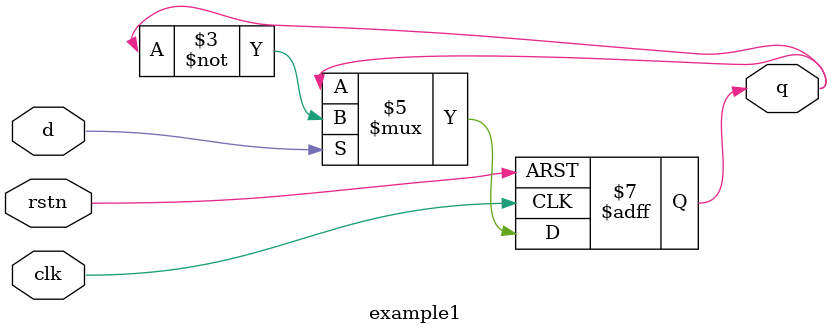
<source format=v>
module example1 (input       d,
                        clk,
                        rstn,
            output reg  q);

always @(posedge clk or negedge rstn) begin
    if (!rstn)
        q <= 0;
    else
        if(d)
            q <= ~q;
        else
            q <= q;

end

endmodule
</source>
